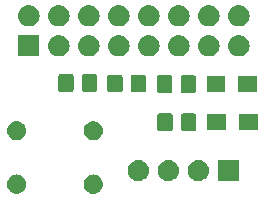
<source format=gbr>
G04 #@! TF.GenerationSoftware,KiCad,Pcbnew,(5.0.0)*
G04 #@! TF.CreationDate,2021-07-17T15:24:55-07:00*
G04 #@! TF.ProjectId,RaspberryPiHat Board,52617370626572727950694861742042,Raspberry Pi Hat *
G04 #@! TF.SameCoordinates,Original*
G04 #@! TF.FileFunction,Soldermask,Top*
G04 #@! TF.FilePolarity,Negative*
%FSLAX46Y46*%
G04 Gerber Fmt 4.6, Leading zero omitted, Abs format (unit mm)*
G04 Created by KiCad (PCBNEW (5.0.0)) date 07/17/21 15:24:55*
%MOMM*%
%LPD*%
G01*
G04 APERTURE LIST*
%ADD10C,0.100000*%
G04 APERTURE END LIST*
D10*
G36*
X46815747Y-63833921D02*
X46895376Y-63841764D01*
X46997543Y-63872756D01*
X47048628Y-63888252D01*
X47189865Y-63963745D01*
X47313659Y-64065341D01*
X47415255Y-64189135D01*
X47490748Y-64330372D01*
X47506244Y-64381457D01*
X47537236Y-64483624D01*
X47552933Y-64643000D01*
X47537236Y-64802376D01*
X47506244Y-64904543D01*
X47490748Y-64955628D01*
X47415255Y-65096865D01*
X47313659Y-65220659D01*
X47189865Y-65322255D01*
X47048628Y-65397748D01*
X46997543Y-65413244D01*
X46895376Y-65444236D01*
X46815747Y-65452079D01*
X46775934Y-65456000D01*
X46696066Y-65456000D01*
X46656253Y-65452079D01*
X46576624Y-65444236D01*
X46474457Y-65413244D01*
X46423372Y-65397748D01*
X46282135Y-65322255D01*
X46158341Y-65220659D01*
X46056745Y-65096865D01*
X45981252Y-64955628D01*
X45965756Y-64904543D01*
X45934764Y-64802376D01*
X45919067Y-64643000D01*
X45934764Y-64483624D01*
X45965756Y-64381457D01*
X45981252Y-64330372D01*
X46056745Y-64189135D01*
X46158341Y-64065341D01*
X46282135Y-63963745D01*
X46423372Y-63888252D01*
X46474457Y-63872756D01*
X46576624Y-63841764D01*
X46656253Y-63833921D01*
X46696066Y-63830000D01*
X46775934Y-63830000D01*
X46815747Y-63833921D01*
X46815747Y-63833921D01*
G37*
G36*
X40313347Y-63833921D02*
X40392976Y-63841764D01*
X40495143Y-63872756D01*
X40546228Y-63888252D01*
X40687465Y-63963745D01*
X40811259Y-64065341D01*
X40912855Y-64189135D01*
X40988348Y-64330372D01*
X41003844Y-64381457D01*
X41034836Y-64483624D01*
X41050533Y-64643000D01*
X41034836Y-64802376D01*
X41003844Y-64904543D01*
X40988348Y-64955628D01*
X40912855Y-65096865D01*
X40811259Y-65220659D01*
X40687465Y-65322255D01*
X40546228Y-65397748D01*
X40495143Y-65413244D01*
X40392976Y-65444236D01*
X40313347Y-65452079D01*
X40273534Y-65456000D01*
X40193666Y-65456000D01*
X40153853Y-65452079D01*
X40074224Y-65444236D01*
X39972057Y-65413244D01*
X39920972Y-65397748D01*
X39779735Y-65322255D01*
X39655941Y-65220659D01*
X39554345Y-65096865D01*
X39478852Y-64955628D01*
X39463356Y-64904543D01*
X39432364Y-64802376D01*
X39416667Y-64643000D01*
X39432364Y-64483624D01*
X39463356Y-64381457D01*
X39478852Y-64330372D01*
X39554345Y-64189135D01*
X39655941Y-64065341D01*
X39779735Y-63963745D01*
X39920972Y-63888252D01*
X39972057Y-63872756D01*
X40074224Y-63841764D01*
X40153853Y-63833921D01*
X40193666Y-63830000D01*
X40273534Y-63830000D01*
X40313347Y-63833921D01*
X40313347Y-63833921D01*
G37*
G36*
X53196442Y-62605518D02*
X53262627Y-62612037D01*
X53375853Y-62646384D01*
X53432467Y-62663557D01*
X53571087Y-62737652D01*
X53588991Y-62747222D01*
X53624729Y-62776552D01*
X53726186Y-62859814D01*
X53809448Y-62961271D01*
X53838778Y-62997009D01*
X53838779Y-62997011D01*
X53922443Y-63153533D01*
X53922443Y-63153534D01*
X53973963Y-63323373D01*
X53991359Y-63500000D01*
X53973963Y-63676627D01*
X53939616Y-63789853D01*
X53922443Y-63846467D01*
X53900108Y-63888252D01*
X53838778Y-64002991D01*
X53809448Y-64038729D01*
X53726186Y-64140186D01*
X53624729Y-64223448D01*
X53588991Y-64252778D01*
X53588989Y-64252779D01*
X53432467Y-64336443D01*
X53375853Y-64353616D01*
X53262627Y-64387963D01*
X53196442Y-64394482D01*
X53130260Y-64401000D01*
X53041740Y-64401000D01*
X52975558Y-64394482D01*
X52909373Y-64387963D01*
X52796147Y-64353616D01*
X52739533Y-64336443D01*
X52583011Y-64252779D01*
X52583009Y-64252778D01*
X52547271Y-64223448D01*
X52445814Y-64140186D01*
X52362552Y-64038729D01*
X52333222Y-64002991D01*
X52271892Y-63888252D01*
X52249557Y-63846467D01*
X52232384Y-63789853D01*
X52198037Y-63676627D01*
X52180641Y-63500000D01*
X52198037Y-63323373D01*
X52249557Y-63153534D01*
X52249557Y-63153533D01*
X52333221Y-62997011D01*
X52333222Y-62997009D01*
X52362552Y-62961271D01*
X52445814Y-62859814D01*
X52547271Y-62776552D01*
X52583009Y-62747222D01*
X52600913Y-62737652D01*
X52739533Y-62663557D01*
X52796147Y-62646384D01*
X52909373Y-62612037D01*
X52975558Y-62605518D01*
X53041740Y-62599000D01*
X53130260Y-62599000D01*
X53196442Y-62605518D01*
X53196442Y-62605518D01*
G37*
G36*
X55736442Y-62605518D02*
X55802627Y-62612037D01*
X55915853Y-62646384D01*
X55972467Y-62663557D01*
X56111087Y-62737652D01*
X56128991Y-62747222D01*
X56164729Y-62776552D01*
X56266186Y-62859814D01*
X56349448Y-62961271D01*
X56378778Y-62997009D01*
X56378779Y-62997011D01*
X56462443Y-63153533D01*
X56462443Y-63153534D01*
X56513963Y-63323373D01*
X56531359Y-63500000D01*
X56513963Y-63676627D01*
X56479616Y-63789853D01*
X56462443Y-63846467D01*
X56440108Y-63888252D01*
X56378778Y-64002991D01*
X56349448Y-64038729D01*
X56266186Y-64140186D01*
X56164729Y-64223448D01*
X56128991Y-64252778D01*
X56128989Y-64252779D01*
X55972467Y-64336443D01*
X55915853Y-64353616D01*
X55802627Y-64387963D01*
X55736442Y-64394482D01*
X55670260Y-64401000D01*
X55581740Y-64401000D01*
X55515558Y-64394482D01*
X55449373Y-64387963D01*
X55336147Y-64353616D01*
X55279533Y-64336443D01*
X55123011Y-64252779D01*
X55123009Y-64252778D01*
X55087271Y-64223448D01*
X54985814Y-64140186D01*
X54902552Y-64038729D01*
X54873222Y-64002991D01*
X54811892Y-63888252D01*
X54789557Y-63846467D01*
X54772384Y-63789853D01*
X54738037Y-63676627D01*
X54720641Y-63500000D01*
X54738037Y-63323373D01*
X54789557Y-63153534D01*
X54789557Y-63153533D01*
X54873221Y-62997011D01*
X54873222Y-62997009D01*
X54902552Y-62961271D01*
X54985814Y-62859814D01*
X55087271Y-62776552D01*
X55123009Y-62747222D01*
X55140913Y-62737652D01*
X55279533Y-62663557D01*
X55336147Y-62646384D01*
X55449373Y-62612037D01*
X55515558Y-62605518D01*
X55581740Y-62599000D01*
X55670260Y-62599000D01*
X55736442Y-62605518D01*
X55736442Y-62605518D01*
G37*
G36*
X59067000Y-64401000D02*
X57265000Y-64401000D01*
X57265000Y-62599000D01*
X59067000Y-62599000D01*
X59067000Y-64401000D01*
X59067000Y-64401000D01*
G37*
G36*
X50656442Y-62605518D02*
X50722627Y-62612037D01*
X50835853Y-62646384D01*
X50892467Y-62663557D01*
X51031087Y-62737652D01*
X51048991Y-62747222D01*
X51084729Y-62776552D01*
X51186186Y-62859814D01*
X51269448Y-62961271D01*
X51298778Y-62997009D01*
X51298779Y-62997011D01*
X51382443Y-63153533D01*
X51382443Y-63153534D01*
X51433963Y-63323373D01*
X51451359Y-63500000D01*
X51433963Y-63676627D01*
X51399616Y-63789853D01*
X51382443Y-63846467D01*
X51360108Y-63888252D01*
X51298778Y-64002991D01*
X51269448Y-64038729D01*
X51186186Y-64140186D01*
X51084729Y-64223448D01*
X51048991Y-64252778D01*
X51048989Y-64252779D01*
X50892467Y-64336443D01*
X50835853Y-64353616D01*
X50722627Y-64387963D01*
X50656442Y-64394482D01*
X50590260Y-64401000D01*
X50501740Y-64401000D01*
X50435558Y-64394482D01*
X50369373Y-64387963D01*
X50256147Y-64353616D01*
X50199533Y-64336443D01*
X50043011Y-64252779D01*
X50043009Y-64252778D01*
X50007271Y-64223448D01*
X49905814Y-64140186D01*
X49822552Y-64038729D01*
X49793222Y-64002991D01*
X49731892Y-63888252D01*
X49709557Y-63846467D01*
X49692384Y-63789853D01*
X49658037Y-63676627D01*
X49640641Y-63500000D01*
X49658037Y-63323373D01*
X49709557Y-63153534D01*
X49709557Y-63153533D01*
X49793221Y-62997011D01*
X49793222Y-62997009D01*
X49822552Y-62961271D01*
X49905814Y-62859814D01*
X50007271Y-62776552D01*
X50043009Y-62747222D01*
X50060913Y-62737652D01*
X50199533Y-62663557D01*
X50256147Y-62646384D01*
X50369373Y-62612037D01*
X50435558Y-62605518D01*
X50501740Y-62599000D01*
X50590260Y-62599000D01*
X50656442Y-62605518D01*
X50656442Y-62605518D01*
G37*
G36*
X40313347Y-59312721D02*
X40392976Y-59320564D01*
X40495143Y-59351556D01*
X40546228Y-59367052D01*
X40687465Y-59442545D01*
X40811259Y-59544141D01*
X40912855Y-59667935D01*
X40988348Y-59809172D01*
X40988348Y-59809173D01*
X41034836Y-59962424D01*
X41050533Y-60121800D01*
X41034836Y-60281176D01*
X41003844Y-60383343D01*
X40988348Y-60434428D01*
X40912855Y-60575665D01*
X40811259Y-60699459D01*
X40687465Y-60801055D01*
X40546228Y-60876548D01*
X40495143Y-60892044D01*
X40392976Y-60923036D01*
X40313347Y-60930879D01*
X40273534Y-60934800D01*
X40193666Y-60934800D01*
X40153853Y-60930879D01*
X40074224Y-60923036D01*
X39972057Y-60892044D01*
X39920972Y-60876548D01*
X39779735Y-60801055D01*
X39655941Y-60699459D01*
X39554345Y-60575665D01*
X39478852Y-60434428D01*
X39463356Y-60383343D01*
X39432364Y-60281176D01*
X39416667Y-60121800D01*
X39432364Y-59962424D01*
X39478852Y-59809173D01*
X39478852Y-59809172D01*
X39554345Y-59667935D01*
X39655941Y-59544141D01*
X39779735Y-59442545D01*
X39920972Y-59367052D01*
X39972057Y-59351556D01*
X40074224Y-59320564D01*
X40153853Y-59312721D01*
X40193666Y-59308800D01*
X40273534Y-59308800D01*
X40313347Y-59312721D01*
X40313347Y-59312721D01*
G37*
G36*
X46815747Y-59312721D02*
X46895376Y-59320564D01*
X46997543Y-59351556D01*
X47048628Y-59367052D01*
X47189865Y-59442545D01*
X47313659Y-59544141D01*
X47415255Y-59667935D01*
X47490748Y-59809172D01*
X47490748Y-59809173D01*
X47537236Y-59962424D01*
X47552933Y-60121800D01*
X47537236Y-60281176D01*
X47506244Y-60383343D01*
X47490748Y-60434428D01*
X47415255Y-60575665D01*
X47313659Y-60699459D01*
X47189865Y-60801055D01*
X47048628Y-60876548D01*
X46997543Y-60892044D01*
X46895376Y-60923036D01*
X46815747Y-60930879D01*
X46775934Y-60934800D01*
X46696066Y-60934800D01*
X46656253Y-60930879D01*
X46576624Y-60923036D01*
X46474457Y-60892044D01*
X46423372Y-60876548D01*
X46282135Y-60801055D01*
X46158341Y-60699459D01*
X46056745Y-60575665D01*
X45981252Y-60434428D01*
X45965756Y-60383343D01*
X45934764Y-60281176D01*
X45919067Y-60121800D01*
X45934764Y-59962424D01*
X45981252Y-59809173D01*
X45981252Y-59809172D01*
X46056745Y-59667935D01*
X46158341Y-59544141D01*
X46282135Y-59442545D01*
X46423372Y-59367052D01*
X46474457Y-59351556D01*
X46576624Y-59320564D01*
X46656253Y-59312721D01*
X46696066Y-59308800D01*
X46775934Y-59308800D01*
X46815747Y-59312721D01*
X46815747Y-59312721D01*
G37*
G36*
X53288442Y-58664004D02*
X53325539Y-58675257D01*
X53359720Y-58693527D01*
X53389682Y-58718118D01*
X53414273Y-58748080D01*
X53432543Y-58782261D01*
X53443796Y-58819358D01*
X53448200Y-58864073D01*
X53448200Y-59957127D01*
X53443796Y-60001842D01*
X53432543Y-60038939D01*
X53414273Y-60073120D01*
X53389682Y-60103082D01*
X53359720Y-60127673D01*
X53325539Y-60145943D01*
X53288442Y-60157196D01*
X53243727Y-60161600D01*
X52350673Y-60161600D01*
X52305958Y-60157196D01*
X52268861Y-60145943D01*
X52234680Y-60127673D01*
X52204718Y-60103082D01*
X52180127Y-60073120D01*
X52161857Y-60038939D01*
X52150604Y-60001842D01*
X52146200Y-59957127D01*
X52146200Y-58864073D01*
X52150604Y-58819358D01*
X52161857Y-58782261D01*
X52180127Y-58748080D01*
X52204718Y-58718118D01*
X52234680Y-58693527D01*
X52268861Y-58675257D01*
X52305958Y-58664004D01*
X52350673Y-58659600D01*
X53243727Y-58659600D01*
X53288442Y-58664004D01*
X53288442Y-58664004D01*
G37*
G36*
X55288442Y-58664004D02*
X55325539Y-58675257D01*
X55359720Y-58693527D01*
X55389682Y-58718118D01*
X55414273Y-58748080D01*
X55432543Y-58782261D01*
X55443796Y-58819358D01*
X55448200Y-58864073D01*
X55448200Y-59957127D01*
X55443796Y-60001842D01*
X55432543Y-60038939D01*
X55414273Y-60073120D01*
X55389682Y-60103082D01*
X55359720Y-60127673D01*
X55325539Y-60145943D01*
X55288442Y-60157196D01*
X55243727Y-60161600D01*
X54350673Y-60161600D01*
X54305958Y-60157196D01*
X54268861Y-60145943D01*
X54234680Y-60127673D01*
X54204718Y-60103082D01*
X54180127Y-60073120D01*
X54161857Y-60038939D01*
X54150604Y-60001842D01*
X54146200Y-59957127D01*
X54146200Y-58864073D01*
X54150604Y-58819358D01*
X54161857Y-58782261D01*
X54180127Y-58748080D01*
X54204718Y-58718118D01*
X54234680Y-58693527D01*
X54268861Y-58675257D01*
X54305958Y-58664004D01*
X54350673Y-58659600D01*
X55243727Y-58659600D01*
X55288442Y-58664004D01*
X55288442Y-58664004D01*
G37*
G36*
X60647200Y-60086200D02*
X59045200Y-60086200D01*
X59045200Y-58684200D01*
X60647200Y-58684200D01*
X60647200Y-60086200D01*
X60647200Y-60086200D01*
G37*
G36*
X57947200Y-60086200D02*
X56345200Y-60086200D01*
X56345200Y-58684200D01*
X57947200Y-58684200D01*
X57947200Y-60086200D01*
X57947200Y-60086200D01*
G37*
G36*
X55263042Y-55438204D02*
X55300139Y-55449457D01*
X55334320Y-55467727D01*
X55364282Y-55492318D01*
X55388873Y-55522280D01*
X55407143Y-55556461D01*
X55418396Y-55593558D01*
X55422800Y-55638273D01*
X55422800Y-56731327D01*
X55418396Y-56776042D01*
X55407143Y-56813139D01*
X55388873Y-56847320D01*
X55364282Y-56877282D01*
X55334320Y-56901873D01*
X55300139Y-56920143D01*
X55263042Y-56931396D01*
X55218327Y-56935800D01*
X54325273Y-56935800D01*
X54280558Y-56931396D01*
X54243461Y-56920143D01*
X54209280Y-56901873D01*
X54179318Y-56877282D01*
X54154727Y-56847320D01*
X54136457Y-56813139D01*
X54125204Y-56776042D01*
X54120800Y-56731327D01*
X54120800Y-55638273D01*
X54125204Y-55593558D01*
X54136457Y-55556461D01*
X54154727Y-55522280D01*
X54179318Y-55492318D01*
X54209280Y-55467727D01*
X54243461Y-55449457D01*
X54280558Y-55438204D01*
X54325273Y-55433800D01*
X55218327Y-55433800D01*
X55263042Y-55438204D01*
X55263042Y-55438204D01*
G37*
G36*
X53263042Y-55438204D02*
X53300139Y-55449457D01*
X53334320Y-55467727D01*
X53364282Y-55492318D01*
X53388873Y-55522280D01*
X53407143Y-55556461D01*
X53418396Y-55593558D01*
X53422800Y-55638273D01*
X53422800Y-56731327D01*
X53418396Y-56776042D01*
X53407143Y-56813139D01*
X53388873Y-56847320D01*
X53364282Y-56877282D01*
X53334320Y-56901873D01*
X53300139Y-56920143D01*
X53263042Y-56931396D01*
X53218327Y-56935800D01*
X52325273Y-56935800D01*
X52280558Y-56931396D01*
X52243461Y-56920143D01*
X52209280Y-56901873D01*
X52179318Y-56877282D01*
X52154727Y-56847320D01*
X52136457Y-56813139D01*
X52125204Y-56776042D01*
X52120800Y-56731327D01*
X52120800Y-55638273D01*
X52125204Y-55593558D01*
X52136457Y-55556461D01*
X52154727Y-55522280D01*
X52179318Y-55492318D01*
X52209280Y-55467727D01*
X52243461Y-55449457D01*
X52280558Y-55438204D01*
X52325273Y-55433800D01*
X53218327Y-55433800D01*
X53263042Y-55438204D01*
X53263042Y-55438204D01*
G37*
G36*
X57921800Y-56885800D02*
X56319800Y-56885800D01*
X56319800Y-55483800D01*
X57921800Y-55483800D01*
X57921800Y-56885800D01*
X57921800Y-56885800D01*
G37*
G36*
X60621800Y-56885800D02*
X59019800Y-56885800D01*
X59019800Y-55483800D01*
X60621800Y-55483800D01*
X60621800Y-56885800D01*
X60621800Y-56885800D01*
G37*
G36*
X51046642Y-55387404D02*
X51083739Y-55398657D01*
X51117920Y-55416927D01*
X51147882Y-55441518D01*
X51172473Y-55471480D01*
X51190743Y-55505661D01*
X51201996Y-55542758D01*
X51206400Y-55587473D01*
X51206400Y-56680527D01*
X51201996Y-56725242D01*
X51190743Y-56762339D01*
X51172473Y-56796520D01*
X51147882Y-56826482D01*
X51117920Y-56851073D01*
X51083739Y-56869343D01*
X51046642Y-56880596D01*
X51001927Y-56885000D01*
X50108873Y-56885000D01*
X50064158Y-56880596D01*
X50027061Y-56869343D01*
X49992880Y-56851073D01*
X49962918Y-56826482D01*
X49938327Y-56796520D01*
X49920057Y-56762339D01*
X49908804Y-56725242D01*
X49904400Y-56680527D01*
X49904400Y-55587473D01*
X49908804Y-55542758D01*
X49920057Y-55505661D01*
X49938327Y-55471480D01*
X49962918Y-55441518D01*
X49992880Y-55416927D01*
X50027061Y-55398657D01*
X50064158Y-55387404D01*
X50108873Y-55383000D01*
X51001927Y-55383000D01*
X51046642Y-55387404D01*
X51046642Y-55387404D01*
G37*
G36*
X49046642Y-55387404D02*
X49083739Y-55398657D01*
X49117920Y-55416927D01*
X49147882Y-55441518D01*
X49172473Y-55471480D01*
X49190743Y-55505661D01*
X49201996Y-55542758D01*
X49206400Y-55587473D01*
X49206400Y-56680527D01*
X49201996Y-56725242D01*
X49190743Y-56762339D01*
X49172473Y-56796520D01*
X49147882Y-56826482D01*
X49117920Y-56851073D01*
X49083739Y-56869343D01*
X49046642Y-56880596D01*
X49001927Y-56885000D01*
X48108873Y-56885000D01*
X48064158Y-56880596D01*
X48027061Y-56869343D01*
X47992880Y-56851073D01*
X47962918Y-56826482D01*
X47938327Y-56796520D01*
X47920057Y-56762339D01*
X47908804Y-56725242D01*
X47904400Y-56680527D01*
X47904400Y-55587473D01*
X47908804Y-55542758D01*
X47920057Y-55505661D01*
X47938327Y-55471480D01*
X47962918Y-55441518D01*
X47992880Y-55416927D01*
X48027061Y-55398657D01*
X48064158Y-55387404D01*
X48108873Y-55383000D01*
X49001927Y-55383000D01*
X49046642Y-55387404D01*
X49046642Y-55387404D01*
G37*
G36*
X44906442Y-55336604D02*
X44943539Y-55347857D01*
X44977720Y-55366127D01*
X45007682Y-55390718D01*
X45032273Y-55420680D01*
X45050543Y-55454861D01*
X45061796Y-55491958D01*
X45066200Y-55536673D01*
X45066200Y-56629727D01*
X45061796Y-56674442D01*
X45050543Y-56711539D01*
X45032273Y-56745720D01*
X45007682Y-56775682D01*
X44977720Y-56800273D01*
X44943539Y-56818543D01*
X44906442Y-56829796D01*
X44861727Y-56834200D01*
X43968673Y-56834200D01*
X43923958Y-56829796D01*
X43886861Y-56818543D01*
X43852680Y-56800273D01*
X43822718Y-56775682D01*
X43798127Y-56745720D01*
X43779857Y-56711539D01*
X43768604Y-56674442D01*
X43764200Y-56629727D01*
X43764200Y-55536673D01*
X43768604Y-55491958D01*
X43779857Y-55454861D01*
X43798127Y-55420680D01*
X43822718Y-55390718D01*
X43852680Y-55366127D01*
X43886861Y-55347857D01*
X43923958Y-55336604D01*
X43968673Y-55332200D01*
X44861727Y-55332200D01*
X44906442Y-55336604D01*
X44906442Y-55336604D01*
G37*
G36*
X46906442Y-55336604D02*
X46943539Y-55347857D01*
X46977720Y-55366127D01*
X47007682Y-55390718D01*
X47032273Y-55420680D01*
X47050543Y-55454861D01*
X47061796Y-55491958D01*
X47066200Y-55536673D01*
X47066200Y-56629727D01*
X47061796Y-56674442D01*
X47050543Y-56711539D01*
X47032273Y-56745720D01*
X47007682Y-56775682D01*
X46977720Y-56800273D01*
X46943539Y-56818543D01*
X46906442Y-56829796D01*
X46861727Y-56834200D01*
X45968673Y-56834200D01*
X45923958Y-56829796D01*
X45886861Y-56818543D01*
X45852680Y-56800273D01*
X45822718Y-56775682D01*
X45798127Y-56745720D01*
X45779857Y-56711539D01*
X45768604Y-56674442D01*
X45764200Y-56629727D01*
X45764200Y-55536673D01*
X45768604Y-55491958D01*
X45779857Y-55454861D01*
X45798127Y-55420680D01*
X45822718Y-55390718D01*
X45852680Y-55366127D01*
X45886861Y-55347857D01*
X45923958Y-55336604D01*
X45968673Y-55332200D01*
X46861727Y-55332200D01*
X46906442Y-55336604D01*
X46906442Y-55336604D01*
G37*
G36*
X59165443Y-52039119D02*
X59231627Y-52045637D01*
X59344853Y-52079984D01*
X59401467Y-52097157D01*
X59540087Y-52171252D01*
X59557991Y-52180822D01*
X59593729Y-52210152D01*
X59695186Y-52293414D01*
X59778448Y-52394871D01*
X59807778Y-52430609D01*
X59807779Y-52430611D01*
X59891443Y-52587133D01*
X59891443Y-52587134D01*
X59942963Y-52756973D01*
X59960359Y-52933600D01*
X59942963Y-53110227D01*
X59908616Y-53223453D01*
X59891443Y-53280067D01*
X59817348Y-53418687D01*
X59807778Y-53436591D01*
X59778448Y-53472329D01*
X59695186Y-53573786D01*
X59593729Y-53657048D01*
X59557991Y-53686378D01*
X59557989Y-53686379D01*
X59401467Y-53770043D01*
X59344853Y-53787216D01*
X59231627Y-53821563D01*
X59165442Y-53828082D01*
X59099260Y-53834600D01*
X59010740Y-53834600D01*
X58944558Y-53828082D01*
X58878373Y-53821563D01*
X58765147Y-53787216D01*
X58708533Y-53770043D01*
X58552011Y-53686379D01*
X58552009Y-53686378D01*
X58516271Y-53657048D01*
X58414814Y-53573786D01*
X58331552Y-53472329D01*
X58302222Y-53436591D01*
X58292652Y-53418687D01*
X58218557Y-53280067D01*
X58201384Y-53223453D01*
X58167037Y-53110227D01*
X58149641Y-52933600D01*
X58167037Y-52756973D01*
X58218557Y-52587134D01*
X58218557Y-52587133D01*
X58302221Y-52430611D01*
X58302222Y-52430609D01*
X58331552Y-52394871D01*
X58414814Y-52293414D01*
X58516271Y-52210152D01*
X58552009Y-52180822D01*
X58569913Y-52171252D01*
X58708533Y-52097157D01*
X58765147Y-52079984D01*
X58878373Y-52045637D01*
X58944558Y-52039118D01*
X59010740Y-52032600D01*
X59099260Y-52032600D01*
X59165443Y-52039119D01*
X59165443Y-52039119D01*
G37*
G36*
X49005443Y-52039119D02*
X49071627Y-52045637D01*
X49184853Y-52079984D01*
X49241467Y-52097157D01*
X49380087Y-52171252D01*
X49397991Y-52180822D01*
X49433729Y-52210152D01*
X49535186Y-52293414D01*
X49618448Y-52394871D01*
X49647778Y-52430609D01*
X49647779Y-52430611D01*
X49731443Y-52587133D01*
X49731443Y-52587134D01*
X49782963Y-52756973D01*
X49800359Y-52933600D01*
X49782963Y-53110227D01*
X49748616Y-53223453D01*
X49731443Y-53280067D01*
X49657348Y-53418687D01*
X49647778Y-53436591D01*
X49618448Y-53472329D01*
X49535186Y-53573786D01*
X49433729Y-53657048D01*
X49397991Y-53686378D01*
X49397989Y-53686379D01*
X49241467Y-53770043D01*
X49184853Y-53787216D01*
X49071627Y-53821563D01*
X49005442Y-53828082D01*
X48939260Y-53834600D01*
X48850740Y-53834600D01*
X48784558Y-53828082D01*
X48718373Y-53821563D01*
X48605147Y-53787216D01*
X48548533Y-53770043D01*
X48392011Y-53686379D01*
X48392009Y-53686378D01*
X48356271Y-53657048D01*
X48254814Y-53573786D01*
X48171552Y-53472329D01*
X48142222Y-53436591D01*
X48132652Y-53418687D01*
X48058557Y-53280067D01*
X48041384Y-53223453D01*
X48007037Y-53110227D01*
X47989641Y-52933600D01*
X48007037Y-52756973D01*
X48058557Y-52587134D01*
X48058557Y-52587133D01*
X48142221Y-52430611D01*
X48142222Y-52430609D01*
X48171552Y-52394871D01*
X48254814Y-52293414D01*
X48356271Y-52210152D01*
X48392009Y-52180822D01*
X48409913Y-52171252D01*
X48548533Y-52097157D01*
X48605147Y-52079984D01*
X48718373Y-52045637D01*
X48784558Y-52039118D01*
X48850740Y-52032600D01*
X48939260Y-52032600D01*
X49005443Y-52039119D01*
X49005443Y-52039119D01*
G37*
G36*
X46465443Y-52039119D02*
X46531627Y-52045637D01*
X46644853Y-52079984D01*
X46701467Y-52097157D01*
X46840087Y-52171252D01*
X46857991Y-52180822D01*
X46893729Y-52210152D01*
X46995186Y-52293414D01*
X47078448Y-52394871D01*
X47107778Y-52430609D01*
X47107779Y-52430611D01*
X47191443Y-52587133D01*
X47191443Y-52587134D01*
X47242963Y-52756973D01*
X47260359Y-52933600D01*
X47242963Y-53110227D01*
X47208616Y-53223453D01*
X47191443Y-53280067D01*
X47117348Y-53418687D01*
X47107778Y-53436591D01*
X47078448Y-53472329D01*
X46995186Y-53573786D01*
X46893729Y-53657048D01*
X46857991Y-53686378D01*
X46857989Y-53686379D01*
X46701467Y-53770043D01*
X46644853Y-53787216D01*
X46531627Y-53821563D01*
X46465442Y-53828082D01*
X46399260Y-53834600D01*
X46310740Y-53834600D01*
X46244558Y-53828082D01*
X46178373Y-53821563D01*
X46065147Y-53787216D01*
X46008533Y-53770043D01*
X45852011Y-53686379D01*
X45852009Y-53686378D01*
X45816271Y-53657048D01*
X45714814Y-53573786D01*
X45631552Y-53472329D01*
X45602222Y-53436591D01*
X45592652Y-53418687D01*
X45518557Y-53280067D01*
X45501384Y-53223453D01*
X45467037Y-53110227D01*
X45449641Y-52933600D01*
X45467037Y-52756973D01*
X45518557Y-52587134D01*
X45518557Y-52587133D01*
X45602221Y-52430611D01*
X45602222Y-52430609D01*
X45631552Y-52394871D01*
X45714814Y-52293414D01*
X45816271Y-52210152D01*
X45852009Y-52180822D01*
X45869913Y-52171252D01*
X46008533Y-52097157D01*
X46065147Y-52079984D01*
X46178373Y-52045637D01*
X46244558Y-52039118D01*
X46310740Y-52032600D01*
X46399260Y-52032600D01*
X46465443Y-52039119D01*
X46465443Y-52039119D01*
G37*
G36*
X43925443Y-52039119D02*
X43991627Y-52045637D01*
X44104853Y-52079984D01*
X44161467Y-52097157D01*
X44300087Y-52171252D01*
X44317991Y-52180822D01*
X44353729Y-52210152D01*
X44455186Y-52293414D01*
X44538448Y-52394871D01*
X44567778Y-52430609D01*
X44567779Y-52430611D01*
X44651443Y-52587133D01*
X44651443Y-52587134D01*
X44702963Y-52756973D01*
X44720359Y-52933600D01*
X44702963Y-53110227D01*
X44668616Y-53223453D01*
X44651443Y-53280067D01*
X44577348Y-53418687D01*
X44567778Y-53436591D01*
X44538448Y-53472329D01*
X44455186Y-53573786D01*
X44353729Y-53657048D01*
X44317991Y-53686378D01*
X44317989Y-53686379D01*
X44161467Y-53770043D01*
X44104853Y-53787216D01*
X43991627Y-53821563D01*
X43925442Y-53828082D01*
X43859260Y-53834600D01*
X43770740Y-53834600D01*
X43704558Y-53828082D01*
X43638373Y-53821563D01*
X43525147Y-53787216D01*
X43468533Y-53770043D01*
X43312011Y-53686379D01*
X43312009Y-53686378D01*
X43276271Y-53657048D01*
X43174814Y-53573786D01*
X43091552Y-53472329D01*
X43062222Y-53436591D01*
X43052652Y-53418687D01*
X42978557Y-53280067D01*
X42961384Y-53223453D01*
X42927037Y-53110227D01*
X42909641Y-52933600D01*
X42927037Y-52756973D01*
X42978557Y-52587134D01*
X42978557Y-52587133D01*
X43062221Y-52430611D01*
X43062222Y-52430609D01*
X43091552Y-52394871D01*
X43174814Y-52293414D01*
X43276271Y-52210152D01*
X43312009Y-52180822D01*
X43329913Y-52171252D01*
X43468533Y-52097157D01*
X43525147Y-52079984D01*
X43638373Y-52045637D01*
X43704558Y-52039118D01*
X43770740Y-52032600D01*
X43859260Y-52032600D01*
X43925443Y-52039119D01*
X43925443Y-52039119D01*
G37*
G36*
X42176000Y-53834600D02*
X40374000Y-53834600D01*
X40374000Y-52032600D01*
X42176000Y-52032600D01*
X42176000Y-53834600D01*
X42176000Y-53834600D01*
G37*
G36*
X51545443Y-52039119D02*
X51611627Y-52045637D01*
X51724853Y-52079984D01*
X51781467Y-52097157D01*
X51920087Y-52171252D01*
X51937991Y-52180822D01*
X51973729Y-52210152D01*
X52075186Y-52293414D01*
X52158448Y-52394871D01*
X52187778Y-52430609D01*
X52187779Y-52430611D01*
X52271443Y-52587133D01*
X52271443Y-52587134D01*
X52322963Y-52756973D01*
X52340359Y-52933600D01*
X52322963Y-53110227D01*
X52288616Y-53223453D01*
X52271443Y-53280067D01*
X52197348Y-53418687D01*
X52187778Y-53436591D01*
X52158448Y-53472329D01*
X52075186Y-53573786D01*
X51973729Y-53657048D01*
X51937991Y-53686378D01*
X51937989Y-53686379D01*
X51781467Y-53770043D01*
X51724853Y-53787216D01*
X51611627Y-53821563D01*
X51545442Y-53828082D01*
X51479260Y-53834600D01*
X51390740Y-53834600D01*
X51324558Y-53828082D01*
X51258373Y-53821563D01*
X51145147Y-53787216D01*
X51088533Y-53770043D01*
X50932011Y-53686379D01*
X50932009Y-53686378D01*
X50896271Y-53657048D01*
X50794814Y-53573786D01*
X50711552Y-53472329D01*
X50682222Y-53436591D01*
X50672652Y-53418687D01*
X50598557Y-53280067D01*
X50581384Y-53223453D01*
X50547037Y-53110227D01*
X50529641Y-52933600D01*
X50547037Y-52756973D01*
X50598557Y-52587134D01*
X50598557Y-52587133D01*
X50682221Y-52430611D01*
X50682222Y-52430609D01*
X50711552Y-52394871D01*
X50794814Y-52293414D01*
X50896271Y-52210152D01*
X50932009Y-52180822D01*
X50949913Y-52171252D01*
X51088533Y-52097157D01*
X51145147Y-52079984D01*
X51258373Y-52045637D01*
X51324558Y-52039118D01*
X51390740Y-52032600D01*
X51479260Y-52032600D01*
X51545443Y-52039119D01*
X51545443Y-52039119D01*
G37*
G36*
X54085443Y-52039119D02*
X54151627Y-52045637D01*
X54264853Y-52079984D01*
X54321467Y-52097157D01*
X54460087Y-52171252D01*
X54477991Y-52180822D01*
X54513729Y-52210152D01*
X54615186Y-52293414D01*
X54698448Y-52394871D01*
X54727778Y-52430609D01*
X54727779Y-52430611D01*
X54811443Y-52587133D01*
X54811443Y-52587134D01*
X54862963Y-52756973D01*
X54880359Y-52933600D01*
X54862963Y-53110227D01*
X54828616Y-53223453D01*
X54811443Y-53280067D01*
X54737348Y-53418687D01*
X54727778Y-53436591D01*
X54698448Y-53472329D01*
X54615186Y-53573786D01*
X54513729Y-53657048D01*
X54477991Y-53686378D01*
X54477989Y-53686379D01*
X54321467Y-53770043D01*
X54264853Y-53787216D01*
X54151627Y-53821563D01*
X54085442Y-53828082D01*
X54019260Y-53834600D01*
X53930740Y-53834600D01*
X53864558Y-53828082D01*
X53798373Y-53821563D01*
X53685147Y-53787216D01*
X53628533Y-53770043D01*
X53472011Y-53686379D01*
X53472009Y-53686378D01*
X53436271Y-53657048D01*
X53334814Y-53573786D01*
X53251552Y-53472329D01*
X53222222Y-53436591D01*
X53212652Y-53418687D01*
X53138557Y-53280067D01*
X53121384Y-53223453D01*
X53087037Y-53110227D01*
X53069641Y-52933600D01*
X53087037Y-52756973D01*
X53138557Y-52587134D01*
X53138557Y-52587133D01*
X53222221Y-52430611D01*
X53222222Y-52430609D01*
X53251552Y-52394871D01*
X53334814Y-52293414D01*
X53436271Y-52210152D01*
X53472009Y-52180822D01*
X53489913Y-52171252D01*
X53628533Y-52097157D01*
X53685147Y-52079984D01*
X53798373Y-52045637D01*
X53864558Y-52039118D01*
X53930740Y-52032600D01*
X54019260Y-52032600D01*
X54085443Y-52039119D01*
X54085443Y-52039119D01*
G37*
G36*
X56625443Y-52039119D02*
X56691627Y-52045637D01*
X56804853Y-52079984D01*
X56861467Y-52097157D01*
X57000087Y-52171252D01*
X57017991Y-52180822D01*
X57053729Y-52210152D01*
X57155186Y-52293414D01*
X57238448Y-52394871D01*
X57267778Y-52430609D01*
X57267779Y-52430611D01*
X57351443Y-52587133D01*
X57351443Y-52587134D01*
X57402963Y-52756973D01*
X57420359Y-52933600D01*
X57402963Y-53110227D01*
X57368616Y-53223453D01*
X57351443Y-53280067D01*
X57277348Y-53418687D01*
X57267778Y-53436591D01*
X57238448Y-53472329D01*
X57155186Y-53573786D01*
X57053729Y-53657048D01*
X57017991Y-53686378D01*
X57017989Y-53686379D01*
X56861467Y-53770043D01*
X56804853Y-53787216D01*
X56691627Y-53821563D01*
X56625442Y-53828082D01*
X56559260Y-53834600D01*
X56470740Y-53834600D01*
X56404558Y-53828082D01*
X56338373Y-53821563D01*
X56225147Y-53787216D01*
X56168533Y-53770043D01*
X56012011Y-53686379D01*
X56012009Y-53686378D01*
X55976271Y-53657048D01*
X55874814Y-53573786D01*
X55791552Y-53472329D01*
X55762222Y-53436591D01*
X55752652Y-53418687D01*
X55678557Y-53280067D01*
X55661384Y-53223453D01*
X55627037Y-53110227D01*
X55609641Y-52933600D01*
X55627037Y-52756973D01*
X55678557Y-52587134D01*
X55678557Y-52587133D01*
X55762221Y-52430611D01*
X55762222Y-52430609D01*
X55791552Y-52394871D01*
X55874814Y-52293414D01*
X55976271Y-52210152D01*
X56012009Y-52180822D01*
X56029913Y-52171252D01*
X56168533Y-52097157D01*
X56225147Y-52079984D01*
X56338373Y-52045637D01*
X56404558Y-52039118D01*
X56470740Y-52032600D01*
X56559260Y-52032600D01*
X56625443Y-52039119D01*
X56625443Y-52039119D01*
G37*
G36*
X59165442Y-49499118D02*
X59231627Y-49505637D01*
X59344853Y-49539984D01*
X59401467Y-49557157D01*
X59540087Y-49631252D01*
X59557991Y-49640822D01*
X59593729Y-49670152D01*
X59695186Y-49753414D01*
X59778448Y-49854871D01*
X59807778Y-49890609D01*
X59807779Y-49890611D01*
X59891443Y-50047133D01*
X59891443Y-50047134D01*
X59942963Y-50216973D01*
X59960359Y-50393600D01*
X59942963Y-50570227D01*
X59908616Y-50683453D01*
X59891443Y-50740067D01*
X59817348Y-50878687D01*
X59807778Y-50896591D01*
X59778448Y-50932329D01*
X59695186Y-51033786D01*
X59593729Y-51117048D01*
X59557991Y-51146378D01*
X59557989Y-51146379D01*
X59401467Y-51230043D01*
X59344853Y-51247216D01*
X59231627Y-51281563D01*
X59165442Y-51288082D01*
X59099260Y-51294600D01*
X59010740Y-51294600D01*
X58944557Y-51288081D01*
X58878373Y-51281563D01*
X58765147Y-51247216D01*
X58708533Y-51230043D01*
X58552011Y-51146379D01*
X58552009Y-51146378D01*
X58516271Y-51117048D01*
X58414814Y-51033786D01*
X58331552Y-50932329D01*
X58302222Y-50896591D01*
X58292652Y-50878687D01*
X58218557Y-50740067D01*
X58201384Y-50683453D01*
X58167037Y-50570227D01*
X58149641Y-50393600D01*
X58167037Y-50216973D01*
X58218557Y-50047134D01*
X58218557Y-50047133D01*
X58302221Y-49890611D01*
X58302222Y-49890609D01*
X58331552Y-49854871D01*
X58414814Y-49753414D01*
X58516271Y-49670152D01*
X58552009Y-49640822D01*
X58569913Y-49631252D01*
X58708533Y-49557157D01*
X58765147Y-49539984D01*
X58878373Y-49505637D01*
X58944558Y-49499118D01*
X59010740Y-49492600D01*
X59099260Y-49492600D01*
X59165442Y-49499118D01*
X59165442Y-49499118D01*
G37*
G36*
X56625442Y-49499118D02*
X56691627Y-49505637D01*
X56804853Y-49539984D01*
X56861467Y-49557157D01*
X57000087Y-49631252D01*
X57017991Y-49640822D01*
X57053729Y-49670152D01*
X57155186Y-49753414D01*
X57238448Y-49854871D01*
X57267778Y-49890609D01*
X57267779Y-49890611D01*
X57351443Y-50047133D01*
X57351443Y-50047134D01*
X57402963Y-50216973D01*
X57420359Y-50393600D01*
X57402963Y-50570227D01*
X57368616Y-50683453D01*
X57351443Y-50740067D01*
X57277348Y-50878687D01*
X57267778Y-50896591D01*
X57238448Y-50932329D01*
X57155186Y-51033786D01*
X57053729Y-51117048D01*
X57017991Y-51146378D01*
X57017989Y-51146379D01*
X56861467Y-51230043D01*
X56804853Y-51247216D01*
X56691627Y-51281563D01*
X56625442Y-51288082D01*
X56559260Y-51294600D01*
X56470740Y-51294600D01*
X56404557Y-51288081D01*
X56338373Y-51281563D01*
X56225147Y-51247216D01*
X56168533Y-51230043D01*
X56012011Y-51146379D01*
X56012009Y-51146378D01*
X55976271Y-51117048D01*
X55874814Y-51033786D01*
X55791552Y-50932329D01*
X55762222Y-50896591D01*
X55752652Y-50878687D01*
X55678557Y-50740067D01*
X55661384Y-50683453D01*
X55627037Y-50570227D01*
X55609641Y-50393600D01*
X55627037Y-50216973D01*
X55678557Y-50047134D01*
X55678557Y-50047133D01*
X55762221Y-49890611D01*
X55762222Y-49890609D01*
X55791552Y-49854871D01*
X55874814Y-49753414D01*
X55976271Y-49670152D01*
X56012009Y-49640822D01*
X56029913Y-49631252D01*
X56168533Y-49557157D01*
X56225147Y-49539984D01*
X56338373Y-49505637D01*
X56404558Y-49499118D01*
X56470740Y-49492600D01*
X56559260Y-49492600D01*
X56625442Y-49499118D01*
X56625442Y-49499118D01*
G37*
G36*
X43925442Y-49499118D02*
X43991627Y-49505637D01*
X44104853Y-49539984D01*
X44161467Y-49557157D01*
X44300087Y-49631252D01*
X44317991Y-49640822D01*
X44353729Y-49670152D01*
X44455186Y-49753414D01*
X44538448Y-49854871D01*
X44567778Y-49890609D01*
X44567779Y-49890611D01*
X44651443Y-50047133D01*
X44651443Y-50047134D01*
X44702963Y-50216973D01*
X44720359Y-50393600D01*
X44702963Y-50570227D01*
X44668616Y-50683453D01*
X44651443Y-50740067D01*
X44577348Y-50878687D01*
X44567778Y-50896591D01*
X44538448Y-50932329D01*
X44455186Y-51033786D01*
X44353729Y-51117048D01*
X44317991Y-51146378D01*
X44317989Y-51146379D01*
X44161467Y-51230043D01*
X44104853Y-51247216D01*
X43991627Y-51281563D01*
X43925442Y-51288082D01*
X43859260Y-51294600D01*
X43770740Y-51294600D01*
X43704557Y-51288081D01*
X43638373Y-51281563D01*
X43525147Y-51247216D01*
X43468533Y-51230043D01*
X43312011Y-51146379D01*
X43312009Y-51146378D01*
X43276271Y-51117048D01*
X43174814Y-51033786D01*
X43091552Y-50932329D01*
X43062222Y-50896591D01*
X43052652Y-50878687D01*
X42978557Y-50740067D01*
X42961384Y-50683453D01*
X42927037Y-50570227D01*
X42909641Y-50393600D01*
X42927037Y-50216973D01*
X42978557Y-50047134D01*
X42978557Y-50047133D01*
X43062221Y-49890611D01*
X43062222Y-49890609D01*
X43091552Y-49854871D01*
X43174814Y-49753414D01*
X43276271Y-49670152D01*
X43312009Y-49640822D01*
X43329913Y-49631252D01*
X43468533Y-49557157D01*
X43525147Y-49539984D01*
X43638373Y-49505637D01*
X43704558Y-49499118D01*
X43770740Y-49492600D01*
X43859260Y-49492600D01*
X43925442Y-49499118D01*
X43925442Y-49499118D01*
G37*
G36*
X54085442Y-49499118D02*
X54151627Y-49505637D01*
X54264853Y-49539984D01*
X54321467Y-49557157D01*
X54460087Y-49631252D01*
X54477991Y-49640822D01*
X54513729Y-49670152D01*
X54615186Y-49753414D01*
X54698448Y-49854871D01*
X54727778Y-49890609D01*
X54727779Y-49890611D01*
X54811443Y-50047133D01*
X54811443Y-50047134D01*
X54862963Y-50216973D01*
X54880359Y-50393600D01*
X54862963Y-50570227D01*
X54828616Y-50683453D01*
X54811443Y-50740067D01*
X54737348Y-50878687D01*
X54727778Y-50896591D01*
X54698448Y-50932329D01*
X54615186Y-51033786D01*
X54513729Y-51117048D01*
X54477991Y-51146378D01*
X54477989Y-51146379D01*
X54321467Y-51230043D01*
X54264853Y-51247216D01*
X54151627Y-51281563D01*
X54085442Y-51288082D01*
X54019260Y-51294600D01*
X53930740Y-51294600D01*
X53864557Y-51288081D01*
X53798373Y-51281563D01*
X53685147Y-51247216D01*
X53628533Y-51230043D01*
X53472011Y-51146379D01*
X53472009Y-51146378D01*
X53436271Y-51117048D01*
X53334814Y-51033786D01*
X53251552Y-50932329D01*
X53222222Y-50896591D01*
X53212652Y-50878687D01*
X53138557Y-50740067D01*
X53121384Y-50683453D01*
X53087037Y-50570227D01*
X53069641Y-50393600D01*
X53087037Y-50216973D01*
X53138557Y-50047134D01*
X53138557Y-50047133D01*
X53222221Y-49890611D01*
X53222222Y-49890609D01*
X53251552Y-49854871D01*
X53334814Y-49753414D01*
X53436271Y-49670152D01*
X53472009Y-49640822D01*
X53489913Y-49631252D01*
X53628533Y-49557157D01*
X53685147Y-49539984D01*
X53798373Y-49505637D01*
X53864558Y-49499118D01*
X53930740Y-49492600D01*
X54019260Y-49492600D01*
X54085442Y-49499118D01*
X54085442Y-49499118D01*
G37*
G36*
X51545442Y-49499118D02*
X51611627Y-49505637D01*
X51724853Y-49539984D01*
X51781467Y-49557157D01*
X51920087Y-49631252D01*
X51937991Y-49640822D01*
X51973729Y-49670152D01*
X52075186Y-49753414D01*
X52158448Y-49854871D01*
X52187778Y-49890609D01*
X52187779Y-49890611D01*
X52271443Y-50047133D01*
X52271443Y-50047134D01*
X52322963Y-50216973D01*
X52340359Y-50393600D01*
X52322963Y-50570227D01*
X52288616Y-50683453D01*
X52271443Y-50740067D01*
X52197348Y-50878687D01*
X52187778Y-50896591D01*
X52158448Y-50932329D01*
X52075186Y-51033786D01*
X51973729Y-51117048D01*
X51937991Y-51146378D01*
X51937989Y-51146379D01*
X51781467Y-51230043D01*
X51724853Y-51247216D01*
X51611627Y-51281563D01*
X51545442Y-51288082D01*
X51479260Y-51294600D01*
X51390740Y-51294600D01*
X51324557Y-51288081D01*
X51258373Y-51281563D01*
X51145147Y-51247216D01*
X51088533Y-51230043D01*
X50932011Y-51146379D01*
X50932009Y-51146378D01*
X50896271Y-51117048D01*
X50794814Y-51033786D01*
X50711552Y-50932329D01*
X50682222Y-50896591D01*
X50672652Y-50878687D01*
X50598557Y-50740067D01*
X50581384Y-50683453D01*
X50547037Y-50570227D01*
X50529641Y-50393600D01*
X50547037Y-50216973D01*
X50598557Y-50047134D01*
X50598557Y-50047133D01*
X50682221Y-49890611D01*
X50682222Y-49890609D01*
X50711552Y-49854871D01*
X50794814Y-49753414D01*
X50896271Y-49670152D01*
X50932009Y-49640822D01*
X50949913Y-49631252D01*
X51088533Y-49557157D01*
X51145147Y-49539984D01*
X51258373Y-49505637D01*
X51324558Y-49499118D01*
X51390740Y-49492600D01*
X51479260Y-49492600D01*
X51545442Y-49499118D01*
X51545442Y-49499118D01*
G37*
G36*
X49005442Y-49499118D02*
X49071627Y-49505637D01*
X49184853Y-49539984D01*
X49241467Y-49557157D01*
X49380087Y-49631252D01*
X49397991Y-49640822D01*
X49433729Y-49670152D01*
X49535186Y-49753414D01*
X49618448Y-49854871D01*
X49647778Y-49890609D01*
X49647779Y-49890611D01*
X49731443Y-50047133D01*
X49731443Y-50047134D01*
X49782963Y-50216973D01*
X49800359Y-50393600D01*
X49782963Y-50570227D01*
X49748616Y-50683453D01*
X49731443Y-50740067D01*
X49657348Y-50878687D01*
X49647778Y-50896591D01*
X49618448Y-50932329D01*
X49535186Y-51033786D01*
X49433729Y-51117048D01*
X49397991Y-51146378D01*
X49397989Y-51146379D01*
X49241467Y-51230043D01*
X49184853Y-51247216D01*
X49071627Y-51281563D01*
X49005442Y-51288082D01*
X48939260Y-51294600D01*
X48850740Y-51294600D01*
X48784557Y-51288081D01*
X48718373Y-51281563D01*
X48605147Y-51247216D01*
X48548533Y-51230043D01*
X48392011Y-51146379D01*
X48392009Y-51146378D01*
X48356271Y-51117048D01*
X48254814Y-51033786D01*
X48171552Y-50932329D01*
X48142222Y-50896591D01*
X48132652Y-50878687D01*
X48058557Y-50740067D01*
X48041384Y-50683453D01*
X48007037Y-50570227D01*
X47989641Y-50393600D01*
X48007037Y-50216973D01*
X48058557Y-50047134D01*
X48058557Y-50047133D01*
X48142221Y-49890611D01*
X48142222Y-49890609D01*
X48171552Y-49854871D01*
X48254814Y-49753414D01*
X48356271Y-49670152D01*
X48392009Y-49640822D01*
X48409913Y-49631252D01*
X48548533Y-49557157D01*
X48605147Y-49539984D01*
X48718373Y-49505637D01*
X48784558Y-49499118D01*
X48850740Y-49492600D01*
X48939260Y-49492600D01*
X49005442Y-49499118D01*
X49005442Y-49499118D01*
G37*
G36*
X46465442Y-49499118D02*
X46531627Y-49505637D01*
X46644853Y-49539984D01*
X46701467Y-49557157D01*
X46840087Y-49631252D01*
X46857991Y-49640822D01*
X46893729Y-49670152D01*
X46995186Y-49753414D01*
X47078448Y-49854871D01*
X47107778Y-49890609D01*
X47107779Y-49890611D01*
X47191443Y-50047133D01*
X47191443Y-50047134D01*
X47242963Y-50216973D01*
X47260359Y-50393600D01*
X47242963Y-50570227D01*
X47208616Y-50683453D01*
X47191443Y-50740067D01*
X47117348Y-50878687D01*
X47107778Y-50896591D01*
X47078448Y-50932329D01*
X46995186Y-51033786D01*
X46893729Y-51117048D01*
X46857991Y-51146378D01*
X46857989Y-51146379D01*
X46701467Y-51230043D01*
X46644853Y-51247216D01*
X46531627Y-51281563D01*
X46465442Y-51288082D01*
X46399260Y-51294600D01*
X46310740Y-51294600D01*
X46244557Y-51288081D01*
X46178373Y-51281563D01*
X46065147Y-51247216D01*
X46008533Y-51230043D01*
X45852011Y-51146379D01*
X45852009Y-51146378D01*
X45816271Y-51117048D01*
X45714814Y-51033786D01*
X45631552Y-50932329D01*
X45602222Y-50896591D01*
X45592652Y-50878687D01*
X45518557Y-50740067D01*
X45501384Y-50683453D01*
X45467037Y-50570227D01*
X45449641Y-50393600D01*
X45467037Y-50216973D01*
X45518557Y-50047134D01*
X45518557Y-50047133D01*
X45602221Y-49890611D01*
X45602222Y-49890609D01*
X45631552Y-49854871D01*
X45714814Y-49753414D01*
X45816271Y-49670152D01*
X45852009Y-49640822D01*
X45869913Y-49631252D01*
X46008533Y-49557157D01*
X46065147Y-49539984D01*
X46178373Y-49505637D01*
X46244558Y-49499118D01*
X46310740Y-49492600D01*
X46399260Y-49492600D01*
X46465442Y-49499118D01*
X46465442Y-49499118D01*
G37*
G36*
X41385442Y-49499118D02*
X41451627Y-49505637D01*
X41564853Y-49539984D01*
X41621467Y-49557157D01*
X41760087Y-49631252D01*
X41777991Y-49640822D01*
X41813729Y-49670152D01*
X41915186Y-49753414D01*
X41998448Y-49854871D01*
X42027778Y-49890609D01*
X42027779Y-49890611D01*
X42111443Y-50047133D01*
X42111443Y-50047134D01*
X42162963Y-50216973D01*
X42180359Y-50393600D01*
X42162963Y-50570227D01*
X42128616Y-50683453D01*
X42111443Y-50740067D01*
X42037348Y-50878687D01*
X42027778Y-50896591D01*
X41998448Y-50932329D01*
X41915186Y-51033786D01*
X41813729Y-51117048D01*
X41777991Y-51146378D01*
X41777989Y-51146379D01*
X41621467Y-51230043D01*
X41564853Y-51247216D01*
X41451627Y-51281563D01*
X41385442Y-51288082D01*
X41319260Y-51294600D01*
X41230740Y-51294600D01*
X41164557Y-51288081D01*
X41098373Y-51281563D01*
X40985147Y-51247216D01*
X40928533Y-51230043D01*
X40772011Y-51146379D01*
X40772009Y-51146378D01*
X40736271Y-51117048D01*
X40634814Y-51033786D01*
X40551552Y-50932329D01*
X40522222Y-50896591D01*
X40512652Y-50878687D01*
X40438557Y-50740067D01*
X40421384Y-50683453D01*
X40387037Y-50570227D01*
X40369641Y-50393600D01*
X40387037Y-50216973D01*
X40438557Y-50047134D01*
X40438557Y-50047133D01*
X40522221Y-49890611D01*
X40522222Y-49890609D01*
X40551552Y-49854871D01*
X40634814Y-49753414D01*
X40736271Y-49670152D01*
X40772009Y-49640822D01*
X40789913Y-49631252D01*
X40928533Y-49557157D01*
X40985147Y-49539984D01*
X41098373Y-49505637D01*
X41164558Y-49499118D01*
X41230740Y-49492600D01*
X41319260Y-49492600D01*
X41385442Y-49499118D01*
X41385442Y-49499118D01*
G37*
M02*

</source>
